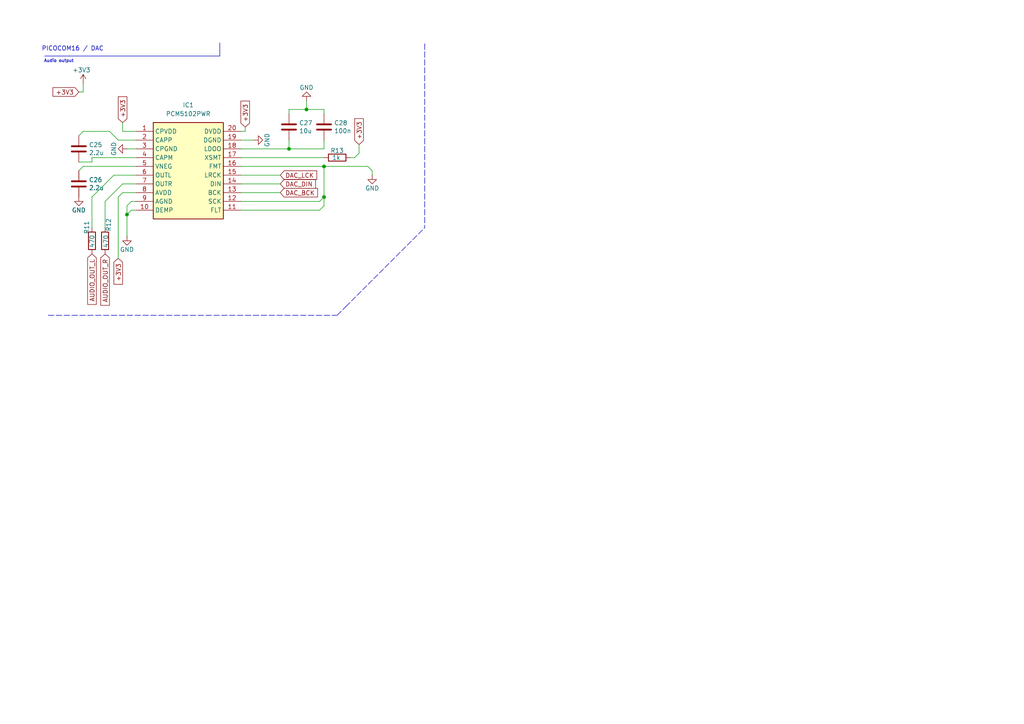
<source format=kicad_sch>
(kicad_sch (version 20231120) (generator "eeschema") (generator_version "8.0")
  (paper "A4")
  (lib_symbols
    (symbol "Device:C" (pin_numbers hide) (pin_names (offset 0.254))
      (property "Reference" "C" (at 0.635 2.54 0))
      (property "Value" "C" (at 0.635 -2.54 0))
      (symbol "C_0_1"
        (polyline (pts (xy -2.032 -0.762) (xy 2.032 -0.762)) (stroke (width 0.508)))
        (polyline (pts (xy -2.032 0.762) (xy 2.032 0.762)) (stroke (width 0.508)))
      )
      (symbol "C_1_1"
        (pin passive line (at 0 3.81 270) (length 2.794) (name "~") (number "1"))
        (pin passive line (at 0 -3.81 90) (length 2.794) (name "~") (number "2"))
      )
    )
    (symbol "Device:R" (pin_numbers hide) (pin_names (offset 0))
      (property "Reference" "R" (at 2.032 0 90))
      (property "Value" "R" (at 0 0 90))
      (symbol "R_0_1"
        (rectangle (start -1.016 -2.54) (end 1.016 2.54) (stroke (width 0.254)))
      )
      (symbol "R_1_1"
        (pin passive line (at 0 3.81 270) (length 1.27) (name "~") (number "1"))
        (pin passive line (at 0 -3.81 90) (length 1.27) (name "~") (number "2"))
      )
    )
    (symbol "PCM5102PWR:PCM5102PWR"
      (property "Reference" "IC" (at 26.67 7.62 0))
      (property "Value" "PCM5102PWR" (at 26.67 5.08 0))
      (symbol "PCM5102PWR_1_1"
        (rectangle (start 5.08 2.54) (end 25.4 -25.4) (stroke (width 0.254)) (fill (type background)))
        (pin passive line (at 0 0 0) (length 5.08) (name "CPVDD") (number "1"))
        (pin passive line (at 0 -22.86 0) (length 5.08) (name "DEMP") (number "10"))
        (pin passive line (at 30.48 -22.86 180) (length 5.08) (name "FLT") (number "11"))
        (pin passive line (at 30.48 -20.32 180) (length 5.08) (name "SCK") (number "12"))
        (pin passive line (at 30.48 -17.78 180) (length 5.08) (name "BCK") (number "13"))
        (pin passive line (at 30.48 -15.24 180) (length 5.08) (name "DIN") (number "14"))
        (pin passive line (at 30.48 -12.7 180) (length 5.08) (name "LRCK") (number "15"))
        (pin passive line (at 30.48 -10.16 180) (length 5.08) (name "FMT") (number "16"))
        (pin passive line (at 30.48 -7.62 180) (length 5.08) (name "XSMT") (number "17"))
        (pin passive line (at 30.48 -5.08 180) (length 5.08) (name "LDOO") (number "18"))
        (pin passive line (at 30.48 -2.54 180) (length 5.08) (name "DGND") (number "19"))
        (pin passive line (at 0 -2.54 0) (length 5.08) (name "CAPP") (number "2"))
        (pin passive line (at 30.48 0 180) (length 5.08) (name "DVDD") (number "20"))
        (pin passive line (at 0 -5.08 0) (length 5.08) (name "CPGND") (number "3"))
        (pin passive line (at 0 -7.62 0) (length 5.08) (name "CAPM") (number "4"))
        (pin passive line (at 0 -10.16 0) (length 5.08) (name "VNEG") (number "5"))
        (pin passive line (at 0 -12.7 0) (length 5.08) (name "OUTL") (number "6"))
        (pin passive line (at 0 -15.24 0) (length 5.08) (name "OUTR") (number "7"))
        (pin passive line (at 0 -17.78 0) (length 5.08) (name "AVDD") (number "8"))
        (pin passive line (at 0 -20.32 0) (length 5.08) (name "AGND") (number "9"))
      )
    )
    (symbol "power:+3V3" (power) (pin_numbers hide) (pin_names (offset 0) hide)
      (property "Value" "+3V3" (at 0 3.556 0))
      (symbol "+3V3_0_1"
        (polyline (pts (xy -0.762 1.27) (xy 0 2.54)))
        (polyline (pts (xy 0 0) (xy 0 2.54)))
        (polyline (pts (xy 0 2.54) (xy 0.762 1.27)))
      )
      (symbol "+3V3_1_1"
        (pin power_in line (at 0 0 90) (length 0) (name "~") (number "1"))
      )
    )
    (symbol "power:GND" (power) (pin_numbers hide) (pin_names (offset 0) hide)
      (property "Value" "GND" (at 0 -3.81 0))
      (symbol "GND_0_1"
        (polyline (pts (xy 0 0) (xy 0 -1.27) (xy 1.27 -1.27) (xy 0 -2.54) (xy -1.27 -1.27) (xy 0 -1.27)))
      )
      (symbol "GND_1_1"
        (pin power_in line (at 0 0 270) (length 0) (name "~") (number "1"))
      )
    )
  )
  (junction (at 93.98 48.26))
  (junction (at 36.83 62.23))
  (junction (at 88.9 31.75))
  (junction (at 93.98 57.15))
  (junction (at 83.82 43.18))
  (wire (pts (xy 83.82 31.75) (xy 88.9 31.75)))
  (wire (pts (xy 26.67 45.72) (xy 39.37 45.72)))
  (wire (pts (xy 93.98 31.75) (xy 93.98 33.02)))
  (polyline (pts (xy 100.33 88.9) (xy 123.19 66.04)) (stroke (width 0) (type dash)))
  (wire (pts (xy 69.85 38.1) (xy 71.12 38.1)))
  (wire (pts (xy 38.1 58.42) (xy 36.83 59.69)))
  (wire (pts (xy 22.86 46.99) (xy 26.67 46.99)))
  (wire (pts (xy 24.13 48.26) (xy 22.86 49.53)))
  (wire (pts (xy 93.98 48.26) (xy 93.98 57.15)))
  (wire (pts (xy 26.67 46.99) (xy 26.67 45.72)))
  (wire (pts (xy 39.37 40.64) (xy 34.29 40.64)))
  (wire (pts (xy 35.56 55.88) (xy 39.37 55.88)))
  (wire (pts (xy 34.29 40.64) (xy 31.75 38.1)))
  (wire (pts (xy 92.71 60.96) (xy 93.98 59.69)))
  (wire (pts (xy 24.13 24.13) (xy 24.13 26.67)))
  (wire (pts (xy 104.14 41.91) (xy 104.14 44.45)))
  (wire (pts (xy 30.48 58.42) (xy 30.48 66.04)))
  (wire (pts (xy 34.29 57.15) (xy 34.29 74.93)))
  (wire (pts (xy 83.82 40.64) (xy 83.82 43.18)))
  (wire (pts (xy 26.67 57.15) (xy 26.67 66.04)))
  (wire (pts (xy 81.28 53.34) (xy 69.85 53.34)))
  (wire (pts (xy 39.37 58.42) (xy 38.1 58.42)))
  (wire (pts (xy 39.37 43.18) (xy 36.83 43.18)))
  (wire (pts (xy 36.83 62.23) (xy 36.83 68.58)))
  (polyline (pts (xy 13.97 91.44) (xy 97.79 91.44)) (stroke (width 0) (type dash)))
  (wire (pts (xy 69.85 40.64) (xy 73.66 40.64)))
  (wire (pts (xy 31.75 38.1) (xy 24.13 38.1)))
  (wire (pts (xy 81.28 50.8) (xy 69.85 50.8)))
  (wire (pts (xy 69.85 43.18) (xy 83.82 43.18)))
  (wire (pts (xy 39.37 60.96) (xy 38.1 60.96)))
  (polyline (pts (xy 12.954 16.256) (xy 63.754 16.256)))
  (wire (pts (xy 81.28 55.88) (xy 69.85 55.88)))
  (wire (pts (xy 106.68 48.26) (xy 107.95 49.53)))
  (wire (pts (xy 107.95 49.53) (xy 107.95 50.8)))
  (wire (pts (xy 38.1 60.96) (xy 36.83 62.23)))
  (wire (pts (xy 36.83 59.69) (xy 36.83 62.23)))
  (wire (pts (xy 35.56 38.1) (xy 39.37 38.1)))
  (wire (pts (xy 35.56 35.56) (xy 35.56 38.1)))
  (wire (pts (xy 101.6 45.72) (xy 102.87 45.72)))
  (wire (pts (xy 30.48 58.42) (xy 35.56 53.34)))
  (wire (pts (xy 92.71 58.42) (xy 93.98 57.15)))
  (wire (pts (xy 69.85 48.26) (xy 93.98 48.26)))
  (wire (pts (xy 69.85 45.72) (xy 93.98 45.72)))
  (wire (pts (xy 102.87 45.72) (xy 104.14 44.45)))
  (polyline (pts (xy 63.754 12.446) (xy 63.754 16.256)))
  (wire (pts (xy 93.98 40.64) (xy 93.98 43.18)))
  (wire (pts (xy 69.85 58.42) (xy 92.71 58.42)))
  (wire (pts (xy 39.37 48.26) (xy 24.13 48.26)))
  (wire (pts (xy 93.98 57.15) (xy 93.98 59.69)))
  (wire (pts (xy 35.56 55.88) (xy 34.29 57.15)))
  (wire (pts (xy 83.82 31.75) (xy 83.82 33.02)))
  (wire (pts (xy 93.98 43.18) (xy 83.82 43.18)))
  (wire (pts (xy 24.13 38.1) (xy 22.86 39.37)))
  (polyline (pts (xy 123.19 12.7) (xy 123.19 66.04)) (stroke (width 0) (type dash)))
  (wire (pts (xy 71.12 36.83) (xy 71.12 38.1)))
  (polyline (pts (xy 97.79 91.44) (xy 100.33 88.9)) (stroke (width 0) (type dash)))
  (wire (pts (xy 88.9 29.21) (xy 88.9 31.75)))
  (wire (pts (xy 24.13 26.67) (xy 22.86 26.67)))
  (wire (pts (xy 69.85 60.96) (xy 92.71 60.96)))
  (wire (pts (xy 33.02 50.8) (xy 26.67 57.15)))
  (wire (pts (xy 88.9 31.75) (xy 93.98 31.75)))
  (wire (pts (xy 39.37 53.34) (xy 35.56 53.34)))
  (wire (pts (xy 39.37 50.8) (xy 33.02 50.8)))
  (wire (pts (xy 93.98 48.26) (xy 106.68 48.26)))
  (text "PICOCOM16 / DAC" (at 21.082 14.224 0) (effects (font (size 1.27 1.27))))
  (text "Audio output" (at 12.7 17.78 0) (effects (font (size 0.889 0.889)) (justify left)))
  (global_label "+3V3" (shape input) (at 104.14 41.91 90) (property "Intersheetrefs" "${INTERSHEET_REFS}" (effects (hide yes))))
  (global_label "+3V3" (shape input) (at 22.86 26.67 180) (property "Intersheetrefs" "${INTERSHEET_REFS}" (effects (hide yes))))
  (global_label "DAC_DIN" (shape input) (at 81.28 53.34 0) (property "Intersheetrefs" "${INTERSHEET_REFS}" (effects (hide yes))))
  (global_label "+3V3" (shape input) (at 34.29 74.93 270) (property "Intersheetrefs" "${INTERSHEET_REFS}" (effects (hide yes))))
  (global_label "AUDIO_OUT_L" (shape input) (at 26.67 73.66 270) (property "Intersheetrefs" "${INTERSHEET_REFS}" (effects (hide yes))))
  (global_label "DAC_LCK" (shape input) (at 81.28 50.8 0) (property "Intersheetrefs" "${INTERSHEET_REFS}" (effects (hide yes))))
  (global_label "DAC_BCK" (shape input) (at 81.28 55.88 0) (property "Intersheetrefs" "${INTERSHEET_REFS}" (effects (hide yes))))
  (global_label "+3V3" (shape input) (at 35.56 35.56 90) (property "Intersheetrefs" "${INTERSHEET_REFS}" (effects (hide yes))))
  (global_label "+3V3" (shape input) (at 71.12 36.83 90) (property "Intersheetrefs" "${INTERSHEET_REFS}" (effects (hide yes))))
  (global_label "AUDIO_OUT_R" (shape input) (at 30.48 73.66 270) (property "Intersheetrefs" "${INTERSHEET_REFS}" (effects (hide yes))))
  (symbol (lib_id "power:GND") (at 22.86 57.15 0) (unit 1)
    (property "Reference" "#PWR053" (effects (hide yes)))
    (property "Value" "GND" (at 22.86 60.96 0))
    (property "Description" "Power symbol creates a global label with name \"GND\" , ground" (effects (hide yes)))
  )
  (symbol (lib_id "power:+3V3") (at 24.13 24.13 0) (unit 1)
    (property "Reference" "#PWR054" (effects (hide yes)))
    (property "Value" "+3V3" (at 23.622 20.32 0))
    (property "Description" "Power symbol creates a global label with name \"+3V3\"" (effects (hide yes)))
  )
  (symbol (lib_id "Device:R") (at 97.79 45.72 270) (unit 1)
    (property "Reference" "R13" (at 97.79 43.688 90))
    (property "Value" "1k" (at 97.536 45.72 90))
    (property "Footprint" "Resistor_SMD:R_0402_1005Metric" (effects (hide yes)))
    (property "Description" "Resistor" (effects (hide yes)))
  )
  (symbol (lib_id "Device:C") (at 22.86 53.34 0) (unit 1)
    (property "Reference" "C26" (at 25.781 52.1716 0) (effects (justify left)))
    (property "Value" "2.2u" (at 25.781 54.483 0) (effects (justify left)))
    (property "Footprint" "Capacitor_SMD:C_0402_1005Metric" (effects (hide yes)))
    (property "Description" "Unpolarized capacitor" (effects (hide yes)))
  )
  (symbol (lib_id "Device:C") (at 83.82 36.83 0) (unit 1)
    (property "Reference" "C27" (at 86.741 35.6616 0) (effects (justify left)))
    (property "Value" "10u" (at 86.741 37.973 0) (effects (justify left)))
    (property "Footprint" "Capacitor_SMD:C_0402_1005Metric" (effects (hide yes)))
    (property "Description" "Unpolarized capacitor" (effects (hide yes)))
  )
  (symbol (lib_id "power:GND") (at 88.9 29.21 180) (unit 1)
    (property "Reference" "#PWR058" (effects (hide yes)))
    (property "Value" "GND" (at 88.9 25.4 0))
    (property "Description" "Power symbol creates a global label with name \"GND\" , ground" (effects (hide yes)))
  )
  (symbol (lib_id "Device:C") (at 22.86 43.18 0) (unit 1)
    (property "Reference" "C25" (at 25.781 42.0116 0) (effects (justify left)))
    (property "Value" "2.2u" (at 25.781 44.323 0) (effects (justify left)))
    (property "Footprint" "Capacitor_SMD:C_0402_1005Metric" (effects (hide yes)))
    (property "Description" "Unpolarized capacitor" (effects (hide yes)))
  )
  (symbol (lib_id "power:GND") (at 107.95 50.8 0) (unit 1)
    (property "Reference" "#PWR059" (effects (hide yes)))
    (property "Value" "GND" (at 107.95 54.61 0))
    (property "Description" "Power symbol creates a global label with name \"GND\" , ground" (effects (hide yes)))
  )
  (symbol (lib_id "Device:C") (at 93.98 36.83 0) (unit 1)
    (property "Reference" "C28" (at 96.901 35.6616 0) (effects (justify left)))
    (property "Value" "100n" (at 96.901 37.973 0) (effects (justify left)))
    (property "Footprint" "Capacitor_SMD:C_0402_1005Metric" (effects (hide yes)))
    (property "Description" "Unpolarized capacitor" (effects (hide yes)))
  )
  (symbol (lib_id "Device:R") (at 26.67 69.85 180) (unit 1)
    (property "Reference" "R11" (at 25.146 64.008 90) (effects (justify left)))
    (property "Value" "470" (at 26.67 68.072 90) (effects (justify left)))
    (property "Footprint" "Resistor_SMD:R_0402_1005Metric" (effects (hide yes)))
    (property "Description" "Resistor" (effects (hide yes)))
  )
  (symbol (lib_id "power:GND") (at 36.83 68.58 0) (unit 1)
    (property "Reference" "#PWR056" (effects (hide yes)))
    (property "Value" "GND" (at 36.83 72.39 0))
    (property "Description" "Power symbol creates a global label with name \"GND\" , ground" (effects (hide yes)))
  )
  (symbol (lib_id "power:GND") (at 36.83 43.18 270) (unit 1)
    (property "Reference" "#PWR055" (effects (hide yes)))
    (property "Value" "GND" (at 33.02 43.18 0))
    (property "Description" "Power symbol creates a global label with name \"GND\" , ground" (effects (hide yes)))
  )
  (symbol (lib_id "Device:R") (at 30.48 69.85 0) (mirror x) (unit 1)
    (property "Reference" "R12" (at 31.496 63.246 90) (effects (justify left)))
    (property "Value" "470" (at 30.734 68.072 90) (effects (justify left)))
    (property "Footprint" "Resistor_SMD:R_0402_1005Metric" (effects (hide yes)))
    (property "Description" "Resistor" (effects (hide yes)))
  )
  (symbol (lib_id "power:GND") (at 73.66 40.64 90) (unit 1)
    (property "Reference" "#PWR057" (effects (hide yes)))
    (property "Value" "GND" (at 77.47 40.64 0))
    (property "Description" "Power symbol creates a global label with name \"GND\" , ground" (effects (hide yes)))
  )
  (symbol (lib_id "PCM5102PWR:PCM5102PWR") (at 39.37 38.1 0) (unit 1)
    (property "Reference" "IC1" (at 54.61 30.48 0))
    (property "Value" "PCM5102PWR" (at 54.61 33.02 0))
    (property "Footprint" "lib:SOP65P640X120-20N" (effects (hide yes)))
    (property "Datasheet" "https://www.ti.com/lit/ds/symlink/pcm5100.pdf?HQS=dis-dk-null-digikeymode-dsf-pf-null-wwe&ts=1639560756641&ref_url=https%253A%252F%252Fwww.ti.com%252Fgeneral%252Fdocs%252Fsuppproductinfo.tsp%253FdistId%253D10%2526gotoUrl%253Dhttps%253A%252F%252Fwww.ti.com" (effects (hide yes)))
    (property "Description" "Audio D/A Converter ICs Audio Stereo DAC" (effects (hide yes)))
    (property "Height" "1.2" (effects (hide yes)))
    (property "Mouser Part Number" "595-PCM5102PWR" (effects (hide yes)))
    (property "Mouser Price/Stock" "https://www.mouser.co.uk/ProductDetail/Texas-Instruments/PCM5102PWR?qs=L4ss%2FyqpMWTDikSPu%252BKB1Q%3D%3D" (effects (hide yes)))
    (property "Manufacturer_Name" "Texas Instruments" (effects (hide yes)))
    (property "Manufacturer_Part_Number" "PCM5102PWR" (effects (hide yes)))
    (property "#mfr" "PCM5102PWR" (effects (hide yes)))
  )
)
</source>
